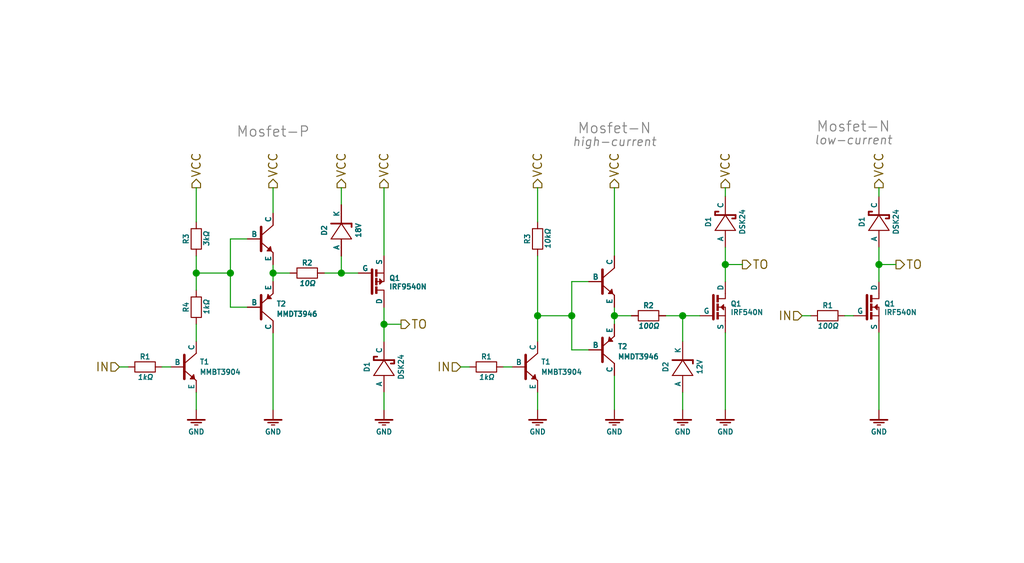
<source format=kicad_sch>
(kicad_sch (version 20250114) (generator "eeschema") (generator_version "9.0")
  (paper "User" 152.4 83.82)
  (title_block (title "Uno") (date "2025-05-12") (rev "1.0.0") (company "OpenCPLC"))
  (lib_symbols
    (symbol "Diode:Schottky" (pin_numbers (hide yes)) (pin_names (offset 0))
      (property "Reference" "D" (at 0 2.286 0))
      (property "Value" "Schottky" (at 0 -2.54 0))
      (symbol "Schottky_0_1"
        (polyline (pts (xy -1.27 1.524) (xy -1.27 -1.524) (xy 1.016 0) (xy -1.27 1.524)))
        (polyline (pts (xy 1.016 1.524) (xy 1.016 -1.524)) (stroke (width 0.254)))
        (polyline (pts (xy 1.016 1.524) (xy 1.524 1.524) (xy 1.524 1.016)) (stroke (width 0.254)))
        (polyline (pts (xy 1.016 -1.524) (xy 0.508 -1.524) (xy 0.508 -1.016)) (stroke (width 0.254)))
      )
      (symbol "Schottky_1_1"
        (pin passive line (at -3.81 0 0) (length 2.54) (name "A") (number "2"))
        (pin passive line (at 3.81 0 180) (length 2.667) (name "C") (number "1"))
      )
    )
    (symbol "Diode:Zener" (pin_numbers (hide yes)) (pin_names (offset 0))
      (property "Reference" "D" (at 0 2.286 0))
      (property "Value" "Zener" (at 0 -2.54 0))
      (symbol "Zener_0_1"
        (polyline (pts (xy -1.27 1.524) (xy -1.27 -1.524) (xy 1.016 0) (xy -1.27 1.524)))
        (polyline (pts (xy 1.016 1.524) (xy 1.016 -1.524)) (stroke (width 0.254)))
        (polyline (pts (xy 1.016 -1.524) (xy 0.508 -1.524)) (stroke (width 0.254)))
      )
      (symbol "Zener_1_1"
        (pin passive line (at -3.81 0 0) (length 2.54) (name "A") (number "2"))
        (pin passive line (at 3.81 0 180) (length 2.667) (name "K") (number "1"))
      )
    )
    (symbol "RLC:Resistor" (pin_numbers (hide yes)) (pin_names (offset 0) (hide yes))
      (property "Reference" "R" (at 0 1.524 0))
      (property "Value" "Resistor" (at 0 -1.651 0))
      (symbol "Resistor_0_1"
        (rectangle (start -1.524 0.762) (end 1.524 -0.762))
      )
      (symbol "Resistor_1_1"
        (pin passive line (at -2.54 0 0) (length 1.016) (name "1") (number "1"))
        (pin passive line (at 2.54 0 180) (length 1.016) (name "2") (number "2"))
      )
    )
    (symbol "Tag:GND" (power) (pin_names (offset 0))
      (property "Value" "GND" (at 0 2.667 90))
      (symbol "GND_0_1"
        (polyline (pts (xy -1.27 1.524) (xy 1.27 1.524)) (stroke (width 0.254)))
        (polyline (pts (xy -0.762 1.9304) (xy 0.762 1.9304)) (stroke (width 0.2032)))
        (polyline (pts (xy -0.254 2.286) (xy 0.254 2.286)))
        (polyline (pts (xy 0 0) (xy 0 1.524)))
      )
      (symbol "GND_1_1"
        (pin power_in line (at 0 0 90) (length 0) (hide yes) (name "GND") (number "1"))
      )
    )
    (symbol "Transistor:Bipolar-NPN" (pin_numbers (hide yes)) (pin_names (offset 0))
      (property "Reference" "T" (at 1.524 0.762 0))
      (property "Value" "Bipolar-NPN" (at 1.524 -0.762 0))
      (symbol "Bipolar-NPN_0_1"
        (polyline (pts (xy -0.508 1.778) (xy -0.508 -1.778)) (stroke (width 0.381)))
        (polyline (pts (xy 1.016 -1.778) (xy 0.889 -1.143) (xy 0.381 -1.778) (xy 1.016 -1.778)) (fill (type outline)))
        (polyline (pts (xy 1.27 2.032) (xy -0.508 0.508)))
        (polyline (pts (xy 1.27 -2.032) (xy -0.508 -0.508)))
      )
      (symbol "Bipolar-NPN_1_1"
        (pin passive line (at -2.54 0 0) (length 2.032) (name "B") (number "1"))
        (pin passive line (at 1.27 3.81 270) (length 1.778) (name "C") (number "2"))
        (pin passive line (at 1.27 -3.81 90) (length 1.778) (name "E") (number "3"))
      )
    )
    (symbol "Transistor:Bipolar-Push-Pull" (pin_numbers (hide yes)) (pin_names (offset 0))
      (property "Reference" "T6" (at 1.778 -4.572 0))
      (property "Value" "NPN+PNP" (at 1.778 -6.096 0))
      (symbol "Bipolar-Push-Pull_0_1"
        (polyline (pts (xy -0.508 6.858) (xy -0.508 3.302)) (stroke (width 0.381)))
        (polyline (pts (xy -0.508 -3.302) (xy -0.508 -6.858)) (stroke (width 0.381)))
        (polyline (pts (xy 0.381 -3.81) (xy 0.508 -3.175) (xy 1.016 -3.81) (xy 0.381 -3.81)) (fill (type outline)))
        (polyline (pts (xy 1.016 3.302) (xy 0.889 3.937) (xy 0.381 3.302) (xy 1.016 3.302)) (fill (type outline)))
        (polyline (pts (xy 1.27 7.112) (xy -0.508 5.588)))
        (polyline (pts (xy 1.27 3.048) (xy -0.508 4.572)))
        (polyline (pts (xy 1.27 -3.048) (xy -0.508 -4.572)))
        (polyline (pts (xy 1.27 -7.112) (xy -0.508 -5.588)))
      )
      (symbol "Bipolar-Push-Pull_1_1"
        (pin passive line (at -2.54 5.08 0) (length 2.032) (name "B") (number "2"))
        (pin passive line (at -2.54 -5.08 0) (length 2.032) (name "B") (number "5"))
        (pin passive line (at 1.27 8.89 270) (length 1.778) (name "C") (number "6"))
        (pin passive line (at 1.27 1.27 90) (length 1.778) (name "E") (number "1"))
        (pin passive line (at 1.27 -1.27 270) (length 1.778) (name "E") (number "4"))
        (pin passive line (at 1.27 -8.89 90) (length 1.778) (name "C") (number "3"))
      )
    )
    (symbol "Transistor:Mosfet-N" (pin_numbers (hide yes)) (pin_names (offset 0))
      (property "Reference" "T" (at 1.524 0.762 0))
      (property "Value" "Mosfet-N" (at 1.524 -0.762 0))
      (symbol "Mosfet-N_0_1"
        (polyline (pts (xy -0.508 1.778) (xy -0.508 -1.778)) (stroke (width 0.381)))
        (polyline (pts (xy 0 1.778) (xy 0 0.762) (xy 0.254 0.762) (xy 0.254 1.778) (xy 0 1.778)) (stroke (width 0.1016)) (fill (type outline)))
        (polyline (pts (xy 0 0.508) (xy 0 -0.508) (xy 0.254 -0.508) (xy 0.254 0.508) (xy 0 0.508)) (stroke (width 0.1016)) (fill (type outline)))
        (polyline (pts (xy 0 -0.762) (xy 0 -1.778) (xy 0.254 -1.778) (xy 0.254 -0.762) (xy 0 -0.762)) (stroke (width 0.1016)) (fill (type outline)))
        (polyline (pts (xy 0.127 0) (xy 1.27 0) (xy 1.27 -1.27)))
        (polyline (pts (xy 0.254 1.27) (xy 1.27 1.27) (xy 1.27 2.032)))
        (polyline (pts (xy 0.254 -1.27) (xy 1.27 -1.27) (xy 1.27 -2.032)))
        (polyline (pts (xy 0.635 0) (xy 1.016 0.381) (xy 1.016 -0.381) (xy 0.635 0)) (fill (type outline)))
      )
      (symbol "Mosfet-N_1_1"
        (pin passive line (at -2.54 -1.27 0) (length 2.032) (name "G") (number "1"))
        (pin passive line (at 1.27 3.81 270) (length 1.778) (name "D") (number "2"))
        (pin passive line (at 1.27 -3.81 90) (length 1.778) (name "S") (number "3"))
      )
    )
    (symbol "Transistor:Mosfet-P" (pin_numbers (hide yes)) (pin_names (offset 0))
      (property "Reference" "T" (at 1.524 0.762 0))
      (property "Value" "Mosfet-P" (at 1.524 -0.762 0))
      (symbol "Mosfet-P_0_1"
        (polyline (pts (xy -0.508 1.778) (xy -0.508 -1.778)) (stroke (width 0.381)))
        (polyline (pts (xy 0 1.778) (xy 0 0.762) (xy 0.254 0.762) (xy 0.254 1.778) (xy 0 1.778)) (stroke (width 0.1016)) (fill (type outline)))
        (polyline (pts (xy 0 0.508) (xy 0 -0.508) (xy 0.254 -0.508) (xy 0.254 0.508) (xy 0 0.508)) (stroke (width 0.1016)) (fill (type outline)))
        (polyline (pts (xy 0 -0.762) (xy 0 -1.778) (xy 0.254 -1.778) (xy 0.254 -0.762) (xy 0 -0.762)) (stroke (width 0.1016)) (fill (type outline)))
        (polyline (pts (xy 0.254 1.27) (xy 1.27 1.27)))
        (polyline (pts (xy 0.254 -1.27) (xy 1.27 -1.27) (xy 1.27 -2.032)))
        (polyline (pts (xy 0.635 -0.254) (xy 0.762 -0.127) (xy 0.635 0.381)))
        (polyline (pts (xy 0.762 0.127) (xy 0.762 -0.127)))
        (polyline (pts (xy 1.016 0) (xy 0.635 0.381) (xy 0.635 -0.381) (xy 1.016 0)))
        (polyline (pts (xy 1.27 2.032) (xy 1.27 0) (xy 0 0)))
      )
      (symbol "Mosfet-P_1_1"
        (pin passive line (at -2.54 1.27 0) (length 2.032) (name "G") (number "1"))
        (pin passive line (at 1.27 3.81 270) (length 1.778) (name "S") (number "3"))
        (pin passive line (at 1.27 -3.81 90) (length 1.778) (name "D") (number "2"))
      )
    )
  )
  (text "Mosfet-N" (at 127 19.05 0) (effects (font (size 1.524 1.524))))
  (text "high-current" (at 91.44 21.336 0) (effects (font (size 1.27 1.27) (italic yes))))
  (text "Mosfet-N" (at 91.44 19.304 0) (effects (font (size 1.524 1.524))))
  (text "low-current" (at 127 21.082 0) (effects (font (size 1.27 1.27) (italic yes))))
  (text "Mosfet-P" (at 40.64 19.812 0) (effects (font (size 1.524 1.524))))
  (junction (at 40.64 40.64))
  (junction (at 91.44 46.99))
  (junction (at 50.8 40.64))
  (junction (at 130.81 39.37))
  (junction (at 101.6 46.99))
  (junction (at 57.15 48.26))
  (junction (at 80.01 46.99))
  (junction (at 107.95 39.37))
  (junction (at 34.29 40.64))
  (junction (at 85.09 46.99))
  (junction (at 29.21 40.64))
  (wire (pts (xy 101.6 58.42) (xy 101.6 60.96)))
  (wire (pts (xy 50.8 38.1) (xy 50.8 40.64)))
  (wire (pts (xy 34.29 45.72) (xy 36.83 45.72)))
  (wire (pts (xy 91.44 55.88) (xy 91.44 60.96)))
  (wire (pts (xy 40.64 27.94) (xy 40.64 31.75)))
  (wire (pts (xy 50.8 40.64) (xy 53.34 40.64)))
  (wire (pts (xy 29.21 40.64) (xy 29.21 43.18)))
  (wire (pts (xy 130.81 39.37) (xy 133.35 39.37)))
  (wire (pts (xy 80.01 46.99) (xy 80.01 50.8)))
  (wire (pts (xy 87.63 41.91) (xy 85.09 41.91)))
  (wire (pts (xy 80.01 38.1) (xy 80.01 46.99)))
  (wire (pts (xy 85.09 52.07) (xy 87.63 52.07)))
  (wire (pts (xy 40.64 39.37) (xy 40.64 40.64)))
  (wire (pts (xy 34.29 40.64) (xy 34.29 45.72)))
  (wire (pts (xy 130.81 39.37) (xy 130.81 36.83)))
  (wire (pts (xy 57.15 27.94) (xy 57.15 38.1)))
  (wire (pts (xy 29.21 48.26) (xy 29.21 50.8)))
  (wire (pts (xy 80.01 27.94) (xy 80.01 33.02)))
  (wire (pts (xy 91.44 27.94) (xy 91.44 38.1)))
  (wire (pts (xy 130.81 49.53) (xy 130.81 60.96)))
  (wire (pts (xy 40.64 40.64) (xy 40.64 41.91)))
  (wire (pts (xy 125.73 46.99) (xy 127 46.99)))
  (wire (pts (xy 24.13 54.61) (xy 25.4 54.61)))
  (wire (pts (xy 29.21 38.1) (xy 29.21 40.64)))
  (wire (pts (xy 74.93 54.61) (xy 76.2 54.61)))
  (wire (pts (xy 85.09 41.91) (xy 85.09 46.99)))
  (wire (pts (xy 80.01 58.42) (xy 80.01 60.96)))
  (wire (pts (xy 130.81 39.37) (xy 130.81 41.91)))
  (wire (pts (xy 68.58 54.61) (xy 69.85 54.61)))
  (wire (pts (xy 29.21 40.64) (xy 34.29 40.64)))
  (wire (pts (xy 48.26 40.64) (xy 50.8 40.64)))
  (wire (pts (xy 29.21 58.42) (xy 29.21 60.96)))
  (wire (pts (xy 40.64 40.64) (xy 43.18 40.64)))
  (wire (pts (xy 101.6 50.8) (xy 101.6 46.99)))
  (wire (pts (xy 57.15 48.26) (xy 57.15 50.8)))
  (wire (pts (xy 107.95 29.21) (xy 107.95 27.94)))
  (wire (pts (xy 119.38 46.99) (xy 120.65 46.99)))
  (wire (pts (xy 91.44 45.72) (xy 91.44 46.99)))
  (wire (pts (xy 57.15 45.72) (xy 57.15 48.26)))
  (wire (pts (xy 107.95 39.37) (xy 110.49 39.37)))
  (wire (pts (xy 107.95 39.37) (xy 107.95 41.91)))
  (wire (pts (xy 99.06 46.99) (xy 101.6 46.99)))
  (wire (pts (xy 57.15 58.42) (xy 57.15 60.96)))
  (wire (pts (xy 107.95 39.37) (xy 107.95 36.83)))
  (wire (pts (xy 91.44 46.99) (xy 91.44 48.26)))
  (wire (pts (xy 36.83 35.56) (xy 34.29 35.56)))
  (wire (pts (xy 91.44 46.99) (xy 93.98 46.99)))
  (wire (pts (xy 107.95 49.53) (xy 107.95 60.96)))
  (wire (pts (xy 80.01 46.99) (xy 85.09 46.99)))
  (wire (pts (xy 130.81 29.21) (xy 130.81 27.94)))
  (wire (pts (xy 50.8 27.94) (xy 50.8 30.48)))
  (wire (pts (xy 101.6 46.99) (xy 104.14 46.99)))
  (wire (pts (xy 57.15 48.26) (xy 59.69 48.26)))
  (wire (pts (xy 34.29 35.56) (xy 34.29 40.64)))
  (wire (pts (xy 29.21 27.94) (xy 29.21 33.02)))
  (wire (pts (xy 17.78 54.61) (xy 19.05 54.61)))
  (wire (pts (xy 40.64 49.53) (xy 40.64 60.96)))
  (wire (pts (xy 85.09 46.99) (xy 85.09 52.07)))
  (hierarchical_label "TO" (shape output) (at 110.49 39.37 0))
  (hierarchical_label "IN" (shape input) (at 68.58 54.61 180))
  (hierarchical_label "TO" (shape output) (at 133.35 39.37 0))
  (hierarchical_label "VCC" (shape output) (at 40.64 27.94 90))
  (hierarchical_label "TO" (shape output) (at 59.69 48.26 0))
  (hierarchical_label "VCC" (shape output) (at 50.8 27.94 90))
  (hierarchical_label "VCC" (shape output) (at 91.44 27.94 90))
  (hierarchical_label "IN" (shape input) (at 17.78 54.61 180))
  (hierarchical_label "VCC" (shape output) (at 107.95 27.94 90))
  (hierarchical_label "VCC" (shape output) (at 29.21 27.94 90))
  (hierarchical_label "IN" (shape input) (at 119.38 46.99 180))
  (hierarchical_label "VCC" (shape output) (at 80.01 27.94 90))
  (hierarchical_label "VCC" (shape output) (at 130.81 27.94 90))
  (hierarchical_label "VCC" (shape output) (at 57.15 27.94 90))
  (symbol (lib_id "Transistor:Mosfet-P") (at 55.88 41.91 0) (unit 1)
    (property "Reference" "Q1" (at 57.912 41.402 0) (effects (font (size 0.762 0.762)) (justify left)))
    (property "Value" "IRF9540N" (at 57.912 42.672 0) (effects (font (size 0.762 0.762)) (justify left)))
    (property "Footprint" "TO-THT:TO220-3" (effects (hide yes)))
    (property "Description" "Mosfet P; 30V; 150A; 3mΩ; 200W;" (effects (hide yes)))
    (property "Manufacturer" "Huashuo" (effects (hide yes)))
    (property "Code" "HSP3119" (effects (hide yes)))
    (property "LCSC" "C22359262" (effects (hide yes)))
  )
  (symbol (lib_id "RLC:Resistor") (at 72.39 54.61 0) (unit 1)
    (property "Reference" "R1" (at 72.39 53.086 0) (effects (font (size 0.762 0.762))))
    (property "Value" "1kΩ" (at 72.39 56.134 0) (effects (font (size 0.762 0.762) (italic yes))))
    (property "Footprint" "Resistor:0603" (effects (hide yes)))
    (property "Description" "Resistor; 100mW; ±1%;" (effects (hide yes)))
    (property "Manufacturer" "Royal Ohm" (effects (hide yes)))
    (property "Code" "0603WAF1001T5E" (effects (hide yes)))
    (property "LCSC" "C21190" (effects (hide yes)))
  )
  (symbol (lib_id "RLC:Resistor") (at 29.21 45.72 90) (unit 1)
    (property "Reference" "R4" (at 27.686 45.72 0) (effects (font (size 0.762 0.762))))
    (property "Value" "1kΩ" (at 30.734 45.72 0) (effects (font (size 0.762 0.762) (italic yes))))
    (property "Footprint" "Resistor:0603" (effects (hide yes)))
    (property "Description" "Resistor; 100mW; ±1%;" (effects (hide yes)))
    (property "Manufacturer" "Royal Ohm" (effects (hide yes)))
    (property "Code" "0603WAF1001T5E" (effects (hide yes)))
    (property "LCSC" "C21190" (effects (hide yes)))
  )
  (symbol (lib_id "Tag:GND") (at 130.81 60.96 180) (unit 1)
    (property "Reference" "#PWR01" (effects (hide yes)))
    (property "Value" "GND" (at 130.81 64.262 0) (effects (font (size 0.762 0.762))))
  )
  (symbol (lib_id "RLC:Resistor") (at 96.52 46.99 0) (unit 1)
    (property "Reference" "R2" (at 96.52 45.466 0) (effects (font (size 0.762 0.762))))
    (property "Value" "100Ω" (at 96.52 48.514 0) (effects (font (size 0.762 0.762) (italic yes))))
    (property "Footprint" "Resistor:1210" (effects (hide yes)))
    (property "Description" "Resistor; 500mW; ±5%;" (effects (hide yes)))
    (property "Manufacturer" "Royal Ohm" (effects (hide yes)))
    (property "Code" "1210W2J0100T5E" (effects (hide yes)))
    (property "LCSC" "C473562" (effects (hide yes)))
  )
  (symbol (lib_id "Tag:GND") (at 107.95 60.96 180) (unit 1)
    (property "Reference" "#PWR08" (effects (hide yes)))
    (property "Value" "GND" (at 107.95 64.262 0) (effects (font (size 0.762 0.762))))
  )
  (symbol (lib_id "Tag:GND") (at 101.6 60.96 180) (unit 1)
    (property "Reference" "#PWR07" (effects (hide yes)))
    (property "Value" "GND" (at 101.6 64.262 0) (effects (font (size 0.762 0.762))))
  )
  (symbol (lib_id "Diode:Schottky") (at 130.81 33.02 90) (unit 1)
    (property "Reference" "D1" (at 128.27 33.02 0) (effects (font (size 0.762 0.762))))
    (property "Value" "DSK24" (at 133.35 33.02 0) (effects (font (size 0.762 0.762))))
    (property "Footprint" "SOD:SOD123" (effects (hide yes)))
    (property "Description" "Schottky diode; 60V; 3A;" (effects (hide yes)))
    (property "Manufacturer" "Twgmc" (effects (hide yes)))
    (property "Code" "DSK34" (effects (hide yes)))
    (property "LCSC" "C727076" (effects (hide yes)))
  )
  (symbol (lib_id "Transistor:Bipolar-Push-Pull") (at 39.37 40.64 0) (unit 1)
    (property "Reference" "T2" (at 41.148 45.212 0) (effects (font (size 0.762 0.762)) (justify left)))
    (property "Value" "MMDT3946" (at 41.148 46.736 0) (effects (font (size 0.762 0.762)) (justify left)))
    (property "Footprint" "SOT:SOT363-6" (effects (hide yes)))
    (property "Description" "Bipolar NPN+PNP; 40V; 200mW;" (effects (hide yes)))
    (property "Manufacturer" "Cbi" (effects (hide yes)))
    (property "Code" "MMDT3946DW K46" (effects (hide yes)))
    (property "LCSC" "C2828436" (effects (hide yes)))
  )
  (symbol (lib_id "Transistor:Mosfet-N") (at 106.68 45.72 0) (unit 1)
    (property "Reference" "Q1" (at 108.712 45.212 0) (effects (font (size 0.762 0.762)) (justify left)))
    (property "Value" "IRF540N" (at 108.712 46.482 0) (effects (font (size 0.762 0.762)) (justify left)))
    (property "Footprint" "TO-THT:TO220-3" (effects (hide yes)))
    (property "Description" "Mosfet P; 30V; 150A; 3mΩ; 200W;" (effects (hide yes)))
    (property "Manufacturer" "Huashuo" (effects (hide yes)))
    (property "Code" "HSP3119" (effects (hide yes)))
    (property "LCSC" "C22359262" (effects (hide yes)))
  )
  (symbol (lib_id "Diode:Schottky") (at 107.95 33.02 90) (unit 1)
    (property "Reference" "D1" (at 105.41 33.02 0) (effects (font (size 0.762 0.762))))
    (property "Value" "DSK24" (at 110.49 33.02 0) (effects (font (size 0.762 0.762))))
    (property "Footprint" "SOD:SOD123" (effects (hide yes)))
    (property "Description" "Schottky diode; 60V; 3A;" (effects (hide yes)))
    (property "Manufacturer" "Twgmc" (effects (hide yes)))
    (property "Code" "DSK34" (effects (hide yes)))
    (property "LCSC" "C727076" (effects (hide yes)))
  )
  (symbol (lib_id "Diode:Schottky") (at 57.15 54.61 90) (unit 1)
    (property "Reference" "D1" (at 54.61 54.61 0) (effects (font (size 0.762 0.762))))
    (property "Value" "DSK24" (at 59.69 54.61 0) (effects (font (size 0.762 0.762))))
    (property "Footprint" "SOD:SOD123" (effects (hide yes)))
    (property "Description" "Schottky diode; 60V; 3A;" (effects (hide yes)))
    (property "Manufacturer" "Twgmc" (effects (hide yes)))
    (property "Code" "DSK34" (effects (hide yes)))
    (property "LCSC" "C727076" (effects (hide yes)))
  )
  (symbol (lib_id "Tag:GND") (at 40.64 60.96 180) (unit 1)
    (property "Reference" "#PWR?" (effects (hide yes)))
    (property "Value" "GND" (at 40.64 64.262 0) (effects (font (size 0.762 0.762))))
  )
  (symbol (lib_id "RLC:Resistor") (at 123.19 46.99 0) (unit 1)
    (property "Reference" "R1" (at 123.19 45.466 0) (effects (font (size 0.762 0.762))))
    (property "Value" "100Ω" (at 123.19 48.514 0) (effects (font (size 0.762 0.762) (italic yes))))
    (property "Footprint" "Resistor:1210" (effects (hide yes)))
    (property "Description" "Resistor; 500mW; ±5%;" (effects (hide yes)))
    (property "Manufacturer" "Royal Ohm" (effects (hide yes)))
    (property "Code" "1210W2J0100T5E" (effects (hide yes)))
    (property "LCSC" "C473562" (effects (hide yes)))
  )
  (symbol (lib_id "RLC:Resistor") (at 29.21 35.56 90) (unit 1)
    (property "Reference" "R3" (at 27.686 35.56 0) (effects (font (size 0.762 0.762))))
    (property "Value" "3kΩ" (at 30.734 35.56 0) (effects (font (size 0.762 0.762) (italic yes))))
    (property "Footprint" "Resistor:0603" (effects (hide yes)))
    (property "Description" "Resistor; 100mW; ±1%;" (effects (hide yes)))
    (property "Manufacturer" "Royal Ohm" (effects (hide yes)))
    (property "Code" "0603WAF3001T5E" (effects (hide yes)))
    (property "LCSC" "C4211" (effects (hide yes)))
  )
  (symbol (lib_id "Transistor:Mosfet-N") (at 129.54 45.72 0) (unit 1)
    (property "Reference" "Q1" (at 131.572 45.212 0) (effects (font (size 0.762 0.762)) (justify left)))
    (property "Value" "IRF540N" (at 131.572 46.482 0) (effects (font (size 0.762 0.762)) (justify left)))
    (property "Footprint" "TO-THT:TO220-3" (effects (hide yes)))
    (property "Description" "Mosfet P; 30V; 150A; 3mΩ; 200W;" (effects (hide yes)))
    (property "Manufacturer" "Huashuo" (effects (hide yes)))
    (property "Code" "HSP3119" (effects (hide yes)))
    (property "LCSC" "C22359262" (effects (hide yes)))
  )
  (symbol (lib_id "Tag:GND") (at 91.44 60.96 180) (unit 1)
    (property "Reference" "#PWR06" (effects (hide yes)))
    (property "Value" "GND" (at 91.44 64.262 0) (effects (font (size 0.762 0.762))))
  )
  (symbol (lib_id "RLC:Resistor") (at 80.01 35.56 90) (unit 1)
    (property "Reference" "R3" (at 78.486 35.56 0) (effects (font (size 0.762 0.762))))
    (property "Value" "10kΩ" (at 81.534 35.56 0) (effects (font (size 0.762 0.762) (italic yes))))
    (property "Footprint" "Resistor:0603" (effects (hide yes)))
    (property "Description" "Resistor; 100mW; ±1%;" (effects (hide yes)))
    (property "Manufacturer" "Royal Ohm" (effects (hide yes)))
    (property "Code" "0603WAF3001T5E" (effects (hide yes)))
    (property "LCSC" "C4211" (effects (hide yes)))
  )
  (symbol (lib_id "Transistor:Bipolar-NPN") (at 27.94 54.61 0) (unit 1)
    (property "Reference" "T1" (at 29.718 53.848 0) (effects (font (size 0.762 0.762)) (justify left)))
    (property "Value" "MMBT3904" (at 29.718 55.372 0) (effects (font (size 0.762 0.762)) (justify left)))
    (property "Footprint" "SOT:SOT23-3" (effects (hide yes)))
    (property "Description" "Bipolar NPN; 40V; 200mW;" (effects (hide yes)))
    (property "Manufacturer" "Jiangsu Changjing" (effects (hide yes)))
    (property "Code" "MMBT3904" (effects (hide yes)))
    (property "LCSC" "C20526" (effects (hide yes)))
  )
  (symbol (lib_id "Tag:GND") (at 57.15 60.96 180) (unit 1)
    (property "Reference" "#PWR?" (effects (hide yes)))
    (property "Value" "GND" (at 57.15 64.262 0) (effects (font (size 0.762 0.762))))
  )
  (symbol (lib_id "RLC:Resistor") (at 21.59 54.61 0) (unit 1)
    (property "Reference" "R1" (at 21.59 53.086 0) (effects (font (size 0.762 0.762))))
    (property "Value" "1kΩ" (at 21.59 56.134 0) (effects (font (size 0.762 0.762) (italic yes))))
    (property "Footprint" "Resistor:0603" (effects (hide yes)))
    (property "Description" "Resistor; 100mW; ±1%;" (effects (hide yes)))
    (property "Manufacturer" "Royal Ohm" (effects (hide yes)))
    (property "Code" "0603WAF1001T5E" (effects (hide yes)))
    (property "LCSC" "C21190" (effects (hide yes)))
  )
  (symbol (lib_id "RLC:Resistor") (at 45.72 40.64 0) (unit 1)
    (property "Reference" "R2" (at 45.72 39.116 0) (effects (font (size 0.762 0.762))))
    (property "Value" "10Ω" (at 45.72 42.164 0) (effects (font (size 0.762 0.762) (italic yes))))
    (property "Footprint" "Resistor:1210" (effects (hide yes)))
    (property "Description" "Resistor; 500mW; ±5%;" (effects (hide yes)))
    (property "Manufacturer" "Royal Ohm" (effects (hide yes)))
    (property "Code" "1210W2J0100T5E" (effects (hide yes)))
    (property "LCSC" "C473562" (effects (hide yes)))
  )
  (symbol (lib_id "Transistor:Bipolar-NPN") (at 78.74 54.61 0) (unit 1)
    (property "Reference" "T1" (at 80.518 53.848 0) (effects (font (size 0.762 0.762)) (justify left)))
    (property "Value" "MMBT3904" (at 80.518 55.372 0) (effects (font (size 0.762 0.762)) (justify left)))
    (property "Footprint" "SOT:SOT23-3" (effects (hide yes)))
    (property "Description" "Bipolar NPN; 40V; 200mW;" (effects (hide yes)))
    (property "Manufacturer" "Jiangsu Changjing" (effects (hide yes)))
    (property "Code" "MMBT3904" (effects (hide yes)))
    (property "LCSC" "C20526" (effects (hide yes)))
  )
  (symbol (lib_id "Tag:GND") (at 80.01 60.96 180) (unit 1)
    (property "Reference" "#PWR05" (effects (hide yes)))
    (property "Value" "GND" (at 80.01 64.262 0) (effects (font (size 0.762 0.762))))
  )
  (symbol (lib_id "Diode:Zener") (at 101.6 54.61 90) (unit 1)
    (property "Reference" "D2" (at 99.06 54.61 0) (effects (font (size 0.762 0.762))))
    (property "Value" "12V" (at 104.14 54.61 0) (effects (font (size 0.762 0.762))))
    (property "Footprint" "SOD:SOD123" (effects (hide yes)))
    (property "Description" "Zener diode; 16.8V~19.2V;" (effects (hide yes)))
    (property "Manufacturer" "Shandong Jingdao" (effects (hide yes)))
    (property "Code" "MM1W18" (effects (hide yes)))
    (property "LCSC" "C382948" (effects (hide yes)))
  )
  (symbol (lib_id "Transistor:Bipolar-Push-Pull") (at 90.17 46.99 0) (unit 1)
    (property "Reference" "T2" (at 91.948 51.562 0) (effects (font (size 0.762 0.762)) (justify left)))
    (property "Value" "MMDT3946" (at 91.948 53.086 0) (effects (font (size 0.762 0.762)) (justify left)))
    (property "Footprint" "SOT:SOT363-6" (effects (hide yes)))
    (property "Description" "Bipolar NPN+PNP; 40V; 200mW;" (effects (hide yes)))
    (property "Manufacturer" "Cbi" (effects (hide yes)))
    (property "Code" "MMDT3946DW K46" (effects (hide yes)))
    (property "LCSC" "C2828436" (effects (hide yes)))
  )
  (symbol (lib_id "Tag:GND") (at 29.21 60.96 180) (unit 1)
    (property "Reference" "#PWR?" (effects (hide yes)))
    (property "Value" "GND" (at 29.21 64.262 0) (effects (font (size 0.762 0.762))))
  )
  (symbol (lib_id "Diode:Zener") (at 50.8 34.29 90) (unit 1)
    (property "Reference" "D2" (at 48.26 34.29 0) (effects (font (size 0.762 0.762))))
    (property "Value" "18V" (at 53.34 34.29 0) (effects (font (size 0.762 0.762))))
    (property "Footprint" "SOD:SOD123" (effects (hide yes)))
    (property "Description" "Zener diode; 16.8V~19.2V;" (effects (hide yes)))
    (property "Manufacturer" "Shandong Jingdao" (effects (hide yes)))
    (property "Code" "MM1W18" (effects (hide yes)))
    (property "LCSC" "C382948" (effects (hide yes)))
  )
)
</source>
